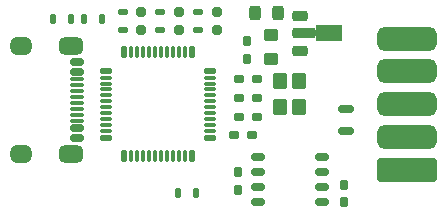
<source format=gtp>
%TF.GenerationSoftware,KiCad,Pcbnew,7.0.5*%
%TF.CreationDate,2023-06-19T14:47:59+02:00*%
%TF.ProjectId,candleLightfd-S01,63616e64-6c65-44c6-9967-687466642d53,R01*%
%TF.SameCoordinates,Original*%
%TF.FileFunction,Paste,Top*%
%TF.FilePolarity,Positive*%
%FSLAX46Y46*%
G04 Gerber Fmt 4.6, Leading zero omitted, Abs format (unit mm)*
G04 Created by KiCad (PCBNEW 7.0.5) date 2023-06-19 14:47:59*
%MOMM*%
%LPD*%
G01*
G04 APERTURE LIST*
G04 Aperture macros list*
%AMRoundRect*
0 Rectangle with rounded corners*
0 $1 Rounding radius*
0 $2 $3 $4 $5 $6 $7 $8 $9 X,Y pos of 4 corners*
0 Add a 4 corners polygon primitive as box body*
4,1,4,$2,$3,$4,$5,$6,$7,$8,$9,$2,$3,0*
0 Add four circle primitives for the rounded corners*
1,1,$1+$1,$2,$3*
1,1,$1+$1,$4,$5*
1,1,$1+$1,$6,$7*
1,1,$1+$1,$8,$9*
0 Add four rect primitives between the rounded corners*
20,1,$1+$1,$2,$3,$4,$5,0*
20,1,$1+$1,$4,$5,$6,$7,0*
20,1,$1+$1,$6,$7,$8,$9,0*
20,1,$1+$1,$8,$9,$2,$3,0*%
G04 Aperture macros list end*
%ADD10RoundRect,0.125000X0.125000X0.325000X-0.125000X0.325000X-0.125000X-0.325000X0.125000X-0.325000X0*%
%ADD11RoundRect,0.187500X0.212500X0.187500X-0.212500X0.187500X-0.212500X-0.187500X0.212500X-0.187500X0*%
%ADD12RoundRect,0.187500X0.187500X-0.212500X0.187500X0.212500X-0.187500X0.212500X-0.187500X-0.212500X0*%
%ADD13RoundRect,0.125000X-0.125000X-0.325000X0.125000X-0.325000X0.125000X0.325000X-0.125000X0.325000X0*%
%ADD14RoundRect,0.187500X-0.212500X-0.187500X0.212500X-0.187500X0.212500X0.187500X-0.212500X0.187500X0*%
%ADD15RoundRect,0.199390X-0.199390X0.199390X-0.199390X-0.199390X0.199390X-0.199390X0.199390X0.199390X0*%
%ADD16RoundRect,0.250000X0.250000X0.375000X-0.250000X0.375000X-0.250000X-0.375000X0.250000X-0.375000X0*%
%ADD17RoundRect,0.225000X-0.425000X-0.225000X0.425000X-0.225000X0.425000X0.225000X-0.425000X0.225000X0*%
%ADD18RoundRect,0.225000X-0.775000X-0.225000X0.775000X-0.225000X0.775000X0.225000X-0.775000X0.225000X0*%
%ADD19RoundRect,0.000000X-1.093750X-0.606550X1.093750X-0.606550X1.093750X0.606550X-1.093750X0.606550X0*%
%ADD20RoundRect,0.125000X0.125000X-0.375000X0.125000X0.375000X-0.125000X0.375000X-0.125000X-0.375000X0*%
%ADD21RoundRect,0.070000X0.070000X-0.430000X0.070000X0.430000X-0.070000X0.430000X-0.070000X-0.430000X0*%
%ADD22RoundRect,0.125000X-0.375000X-0.125000X0.375000X-0.125000X0.375000X0.125000X-0.375000X0.125000X0*%
%ADD23RoundRect,0.125000X0.375000X0.125000X-0.375000X0.125000X-0.375000X-0.125000X0.375000X-0.125000X0*%
%ADD24RoundRect,0.070000X-0.430000X-0.070000X0.430000X-0.070000X0.430000X0.070000X-0.430000X0.070000X0*%
%ADD25RoundRect,0.070000X0.430000X0.070000X-0.430000X0.070000X-0.430000X-0.070000X0.430000X-0.070000X0*%
%ADD26RoundRect,0.125000X-0.125000X0.375000X-0.125000X-0.375000X0.125000X-0.375000X0.125000X0.375000X0*%
%ADD27RoundRect,0.070000X-0.070000X0.430000X-0.070000X-0.430000X0.070000X-0.430000X0.070000X0.430000X0*%
%ADD28RoundRect,0.499500X-0.550500X0.250500X-0.550500X-0.250500X0.550500X-0.250500X0.550500X0.250500X0*%
%ADD29RoundRect,0.499500X-0.400500X0.250500X-0.400500X-0.250500X0.400500X-0.250500X0.400500X0.250500X0*%
%ADD30RoundRect,0.150000X-0.425000X0.150000X-0.425000X-0.150000X0.425000X-0.150000X0.425000X0.150000X0*%
%ADD31RoundRect,0.075000X-0.500000X0.075000X-0.500000X-0.075000X0.500000X-0.075000X0.500000X0.075000X0*%
%ADD32RoundRect,0.200000X-2.300000X0.800000X-2.300000X-0.800000X2.300000X-0.800000X2.300000X0.800000X0*%
%ADD33RoundRect,0.500000X-2.000000X0.500000X-2.000000X-0.500000X2.000000X-0.500000X2.000000X0.500000X0*%
%ADD34RoundRect,0.115000X-0.460000X0.585000X-0.460000X-0.585000X0.460000X-0.585000X0.460000X0.585000X0*%
%ADD35RoundRect,0.125000X-0.325000X0.125000X-0.325000X-0.125000X0.325000X-0.125000X0.325000X0.125000X0*%
%ADD36RoundRect,0.150000X-0.420000X-0.150000X0.420000X-0.150000X0.420000X0.150000X-0.420000X0.150000X0*%
%ADD37RoundRect,0.250000X0.375000X-0.250000X0.375000X0.250000X-0.375000X0.250000X-0.375000X-0.250000X0*%
%ADD38RoundRect,0.175000X-0.475000X0.175000X-0.475000X-0.175000X0.475000X-0.175000X0.475000X0.175000X0*%
G04 APERTURE END LIST*
D10*
%TO.C,R2*%
X110250000Y-122800000D03*
X108750000Y-122800000D03*
%TD*%
D11*
%TO.C,C2*%
X123400000Y-127900000D03*
X121900000Y-127900000D03*
%TD*%
D12*
%TO.C,C8*%
X130750000Y-138300000D03*
X130750000Y-136800000D03*
%TD*%
D13*
%TO.C,R1*%
X106100000Y-122800000D03*
X107600000Y-122800000D03*
%TD*%
D14*
%TO.C,C4*%
X121450000Y-132600000D03*
X122950000Y-132600000D03*
%TD*%
D15*
%TO.C,D1*%
X116800000Y-122200700D03*
X116800000Y-123699300D03*
%TD*%
D10*
%TO.C,R6*%
X118200000Y-137550000D03*
X116700000Y-137550000D03*
%TD*%
D16*
%TO.C,C6*%
X125200000Y-122250000D03*
X123200000Y-122250000D03*
%TD*%
D17*
%TO.C,U2*%
X127050000Y-122500000D03*
D18*
X127400000Y-124000000D03*
D19*
X129437500Y-124000000D03*
D17*
X127050000Y-125500000D03*
%TD*%
D11*
%TO.C,C1*%
X123400000Y-129500000D03*
X121900000Y-129500000D03*
%TD*%
D20*
%TO.C,U1*%
X112160000Y-134425000D03*
D21*
X112750000Y-134425000D03*
X113250000Y-134425000D03*
X113750000Y-134425000D03*
X114250000Y-134425000D03*
X114750000Y-134425000D03*
X115250000Y-134425000D03*
X115750000Y-134425000D03*
X116250000Y-134425000D03*
X116750000Y-134425000D03*
X117250000Y-134425000D03*
D20*
X117840000Y-134425000D03*
D22*
X110575000Y-132840000D03*
D23*
X119425000Y-132840000D03*
D24*
X110575000Y-132250000D03*
D25*
X119425000Y-132250000D03*
D24*
X110575000Y-131750000D03*
D25*
X119425000Y-131750000D03*
D24*
X110575000Y-131250000D03*
D25*
X119425000Y-131250000D03*
D24*
X110575000Y-130750000D03*
D25*
X119425000Y-130750000D03*
D24*
X110575000Y-130250000D03*
D25*
X119425000Y-130250000D03*
D24*
X110575000Y-129750000D03*
D25*
X119425000Y-129750000D03*
D24*
X110575000Y-129250000D03*
D25*
X119425000Y-129250000D03*
D24*
X110575000Y-128750000D03*
D25*
X119425000Y-128750000D03*
D24*
X110575000Y-128250000D03*
D25*
X119425000Y-128250000D03*
D24*
X110575000Y-127750000D03*
D25*
X119425000Y-127750000D03*
D22*
X110575000Y-127160000D03*
D23*
X119425000Y-127160000D03*
D26*
X112160000Y-125575000D03*
D27*
X112750000Y-125575000D03*
X113250000Y-125575000D03*
X113750000Y-125575000D03*
X114250000Y-125575000D03*
X114750000Y-125575000D03*
X115250000Y-125575000D03*
X115750000Y-125575000D03*
X116250000Y-125575000D03*
X116750000Y-125575000D03*
X117250000Y-125575000D03*
D26*
X117840000Y-125575000D03*
%TD*%
D14*
%TO.C,C5*%
X121900000Y-131050000D03*
X123400000Y-131050000D03*
%TD*%
D28*
%TO.C,X1*%
X107605000Y-125090000D03*
D29*
X103425000Y-125090000D03*
D28*
X107605000Y-134210000D03*
D29*
X103425000Y-134210000D03*
D30*
X108180000Y-126450000D03*
X108180000Y-127250000D03*
D31*
X108180000Y-128400000D03*
X108180000Y-129400000D03*
X108180000Y-129900000D03*
X108180000Y-130900000D03*
D30*
X108180000Y-132850000D03*
X108180000Y-132050000D03*
D31*
X108180000Y-131400000D03*
X108180000Y-130400000D03*
X108180000Y-128900000D03*
X108180000Y-127900000D03*
%TD*%
D32*
%TO.C,X2*%
X136100000Y-135540000D03*
D33*
X136100000Y-132770000D03*
X136100000Y-130000000D03*
X136100000Y-127230000D03*
X136100000Y-124460000D03*
%TD*%
D12*
%TO.C,C3*%
X122550000Y-126150000D03*
X122550000Y-124650000D03*
%TD*%
D34*
%TO.C,Y1*%
X125350000Y-128050000D03*
X125350000Y-130250000D03*
X126950000Y-130250000D03*
X126950000Y-128050000D03*
%TD*%
D35*
%TO.C,R3*%
X115200000Y-122200000D03*
X115200000Y-123700000D03*
%TD*%
D36*
%TO.C,U3*%
X123500000Y-134495000D03*
X123500000Y-135765000D03*
X123500000Y-137035000D03*
X123500000Y-138305000D03*
X128900000Y-138305000D03*
X128900000Y-137035000D03*
X128900000Y-135765000D03*
X128900000Y-134495000D03*
%TD*%
D37*
%TO.C,C7*%
X124550000Y-126150000D03*
X124550000Y-124150000D03*
%TD*%
D12*
%TO.C,C10*%
X121800000Y-137250000D03*
X121800000Y-135750000D03*
%TD*%
D15*
%TO.C,D2*%
X120000000Y-122200700D03*
X120000000Y-123699300D03*
%TD*%
D35*
%TO.C,R5*%
X112000000Y-122200000D03*
X112000000Y-123700000D03*
%TD*%
D38*
%TO.C,R7*%
X130900000Y-130400000D03*
X130900000Y-132300000D03*
%TD*%
D35*
%TO.C,R4*%
X118400000Y-122200000D03*
X118400000Y-123700000D03*
%TD*%
D15*
%TO.C,D3*%
X113600000Y-122200700D03*
X113600000Y-123699300D03*
%TD*%
M02*

</source>
